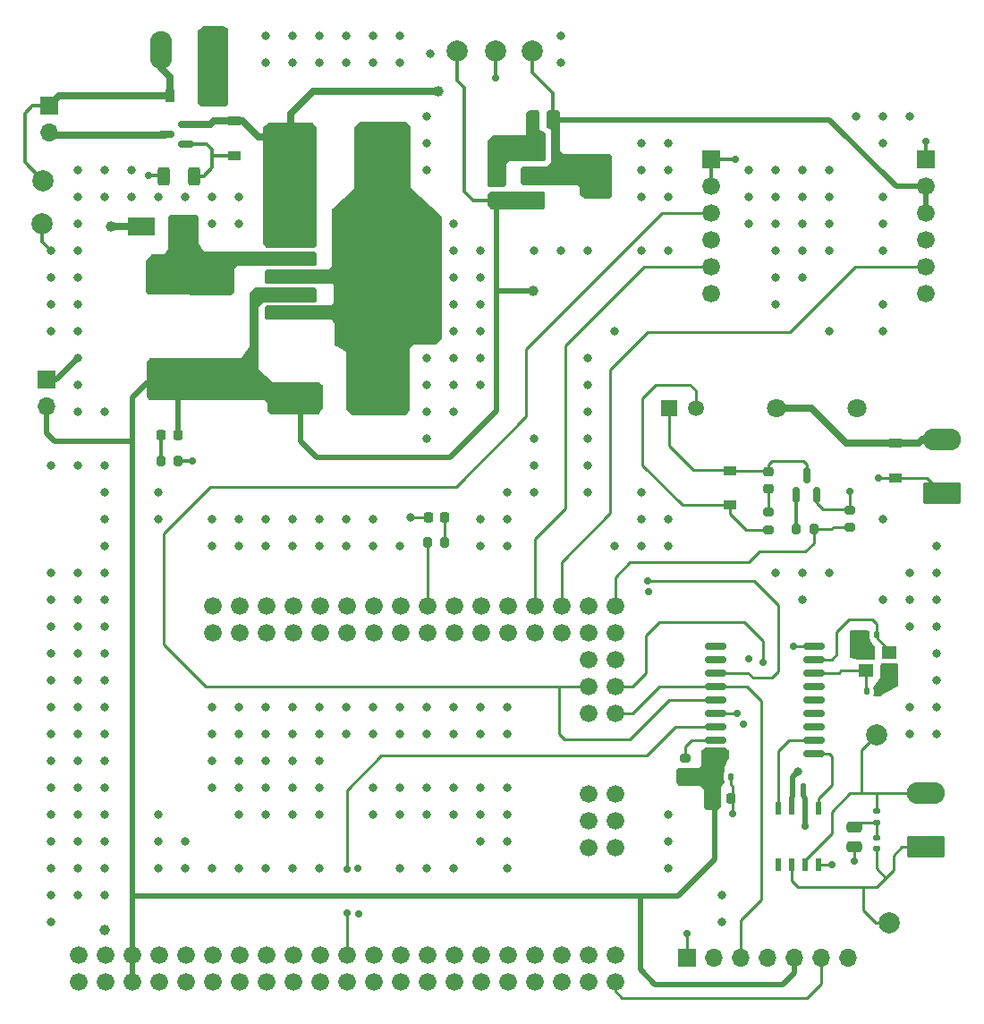
<source format=gtl>
%TF.GenerationSoftware,KiCad,Pcbnew,(6.0.11)*%
%TF.CreationDate,2023-07-21T15:58:31-05:00*%
%TF.ProjectId,MB,4d422e6b-6963-4616-945f-706362585858,rev?*%
%TF.SameCoordinates,Original*%
%TF.FileFunction,Copper,L1,Top*%
%TF.FilePolarity,Positive*%
%FSLAX46Y46*%
G04 Gerber Fmt 4.6, Leading zero omitted, Abs format (unit mm)*
G04 Created by KiCad (PCBNEW (6.0.11)) date 2023-07-21 15:58:31*
%MOMM*%
%LPD*%
G01*
G04 APERTURE LIST*
G04 Aperture macros list*
%AMRoundRect*
0 Rectangle with rounded corners*
0 $1 Rounding radius*
0 $2 $3 $4 $5 $6 $7 $8 $9 X,Y pos of 4 corners*
0 Add a 4 corners polygon primitive as box body*
4,1,4,$2,$3,$4,$5,$6,$7,$8,$9,$2,$3,0*
0 Add four circle primitives for the rounded corners*
1,1,$1+$1,$2,$3*
1,1,$1+$1,$4,$5*
1,1,$1+$1,$6,$7*
1,1,$1+$1,$8,$9*
0 Add four rect primitives between the rounded corners*
20,1,$1+$1,$2,$3,$4,$5,0*
20,1,$1+$1,$4,$5,$6,$7,0*
20,1,$1+$1,$6,$7,$8,$9,0*
20,1,$1+$1,$8,$9,$2,$3,0*%
G04 Aperture macros list end*
%TA.AperFunction,SMDPad,CuDef*%
%ADD10RoundRect,0.200000X-0.275000X0.200000X-0.275000X-0.200000X0.275000X-0.200000X0.275000X0.200000X0*%
%TD*%
%TA.AperFunction,SMDPad,CuDef*%
%ADD11RoundRect,0.200000X0.200000X0.275000X-0.200000X0.275000X-0.200000X-0.275000X0.200000X-0.275000X0*%
%TD*%
%TA.AperFunction,SMDPad,CuDef*%
%ADD12R,1.220000X0.910000*%
%TD*%
%TA.AperFunction,SMDPad,CuDef*%
%ADD13RoundRect,0.225000X-0.225000X-0.250000X0.225000X-0.250000X0.225000X0.250000X-0.225000X0.250000X0*%
%TD*%
%TA.AperFunction,SMDPad,CuDef*%
%ADD14RoundRect,0.250000X-1.950000X-1.000000X1.950000X-1.000000X1.950000X1.000000X-1.950000X1.000000X0*%
%TD*%
%TA.AperFunction,ComponentPad*%
%ADD15R,1.700000X1.700000*%
%TD*%
%TA.AperFunction,ComponentPad*%
%ADD16O,1.700000X1.700000*%
%TD*%
%TA.AperFunction,ComponentPad*%
%ADD17RoundRect,0.249999X1.550001X-0.790001X1.550001X0.790001X-1.550001X0.790001X-1.550001X-0.790001X0*%
%TD*%
%TA.AperFunction,ComponentPad*%
%ADD18O,3.600000X2.080000*%
%TD*%
%TA.AperFunction,SMDPad,CuDef*%
%ADD19RoundRect,0.200000X-0.200000X-0.275000X0.200000X-0.275000X0.200000X0.275000X-0.200000X0.275000X0*%
%TD*%
%TA.AperFunction,ComponentPad*%
%ADD20R,1.680000X1.680000*%
%TD*%
%TA.AperFunction,ComponentPad*%
%ADD21C,1.680000*%
%TD*%
%TA.AperFunction,SMDPad,CuDef*%
%ADD22R,2.500000X1.800000*%
%TD*%
%TA.AperFunction,ComponentPad*%
%ADD23RoundRect,0.249999X0.790001X1.550001X-0.790001X1.550001X-0.790001X-1.550001X0.790001X-1.550001X0*%
%TD*%
%TA.AperFunction,ComponentPad*%
%ADD24O,2.080000X3.600000*%
%TD*%
%TA.AperFunction,ComponentPad*%
%ADD25R,1.508000X1.508000*%
%TD*%
%TA.AperFunction,ComponentPad*%
%ADD26C,1.508000*%
%TD*%
%TA.AperFunction,ComponentPad*%
%ADD27C,1.800000*%
%TD*%
%TA.AperFunction,SMDPad,CuDef*%
%ADD28RoundRect,0.150000X0.875000X0.150000X-0.875000X0.150000X-0.875000X-0.150000X0.875000X-0.150000X0*%
%TD*%
%TA.AperFunction,SMDPad,CuDef*%
%ADD29RoundRect,0.250001X-2.049999X-0.799999X2.049999X-0.799999X2.049999X0.799999X-2.049999X0.799999X0*%
%TD*%
%TA.AperFunction,ComponentPad*%
%ADD30C,1.676400*%
%TD*%
%TA.AperFunction,SMDPad,CuDef*%
%ADD31RoundRect,0.250000X-0.475000X0.250000X-0.475000X-0.250000X0.475000X-0.250000X0.475000X0.250000X0*%
%TD*%
%TA.AperFunction,SMDPad,CuDef*%
%ADD32R,1.400000X1.200000*%
%TD*%
%TA.AperFunction,SMDPad,CuDef*%
%ADD33RoundRect,0.140000X-0.140000X-0.170000X0.140000X-0.170000X0.140000X0.170000X-0.140000X0.170000X0*%
%TD*%
%TA.AperFunction,SMDPad,CuDef*%
%ADD34C,2.000000*%
%TD*%
%TA.AperFunction,SMDPad,CuDef*%
%ADD35RoundRect,0.135000X-0.185000X0.135000X-0.185000X-0.135000X0.185000X-0.135000X0.185000X0.135000X0*%
%TD*%
%TA.AperFunction,SMDPad,CuDef*%
%ADD36RoundRect,0.218750X-0.256250X0.218750X-0.256250X-0.218750X0.256250X-0.218750X0.256250X0.218750X0*%
%TD*%
%TA.AperFunction,SMDPad,CuDef*%
%ADD37R,0.910000X1.220000*%
%TD*%
%TA.AperFunction,SMDPad,CuDef*%
%ADD38R,4.600000X1.100000*%
%TD*%
%TA.AperFunction,SMDPad,CuDef*%
%ADD39R,9.400000X10.800000*%
%TD*%
%TA.AperFunction,SMDPad,CuDef*%
%ADD40R,5.399999X2.899999*%
%TD*%
%TA.AperFunction,SMDPad,CuDef*%
%ADD41RoundRect,0.150000X0.587500X0.150000X-0.587500X0.150000X-0.587500X-0.150000X0.587500X-0.150000X0*%
%TD*%
%TA.AperFunction,SMDPad,CuDef*%
%ADD42RoundRect,0.200000X0.275000X-0.200000X0.275000X0.200000X-0.275000X0.200000X-0.275000X-0.200000X0*%
%TD*%
%TA.AperFunction,SMDPad,CuDef*%
%ADD43RoundRect,0.150000X0.150000X-0.587500X0.150000X0.587500X-0.150000X0.587500X-0.150000X-0.587500X0*%
%TD*%
%TA.AperFunction,SMDPad,CuDef*%
%ADD44RoundRect,0.250000X0.475000X-0.250000X0.475000X0.250000X-0.475000X0.250000X-0.475000X-0.250000X0*%
%TD*%
%TA.AperFunction,SMDPad,CuDef*%
%ADD45R,2.000000X1.500000*%
%TD*%
%TA.AperFunction,SMDPad,CuDef*%
%ADD46R,2.000000X3.800000*%
%TD*%
%TA.AperFunction,SMDPad,CuDef*%
%ADD47RoundRect,0.218750X-0.218750X-0.256250X0.218750X-0.256250X0.218750X0.256250X-0.218750X0.256250X0*%
%TD*%
%TA.AperFunction,SMDPad,CuDef*%
%ADD48R,1.200000X0.900000*%
%TD*%
%TA.AperFunction,SMDPad,CuDef*%
%ADD49RoundRect,0.250000X0.312500X0.625000X-0.312500X0.625000X-0.312500X-0.625000X0.312500X-0.625000X0*%
%TD*%
%TA.AperFunction,SMDPad,CuDef*%
%ADD50RoundRect,0.250000X0.250000X0.475000X-0.250000X0.475000X-0.250000X-0.475000X0.250000X-0.475000X0*%
%TD*%
%TA.AperFunction,SMDPad,CuDef*%
%ADD51R,0.600000X1.300000*%
%TD*%
%TA.AperFunction,SMDPad,CuDef*%
%ADD52RoundRect,0.140000X0.140000X0.170000X-0.140000X0.170000X-0.140000X-0.170000X0.140000X-0.170000X0*%
%TD*%
%TA.AperFunction,ViaPad*%
%ADD53C,1.000000*%
%TD*%
%TA.AperFunction,ViaPad*%
%ADD54C,0.800000*%
%TD*%
%TA.AperFunction,ViaPad*%
%ADD55C,0.700000*%
%TD*%
%TA.AperFunction,Conductor*%
%ADD56C,0.293370*%
%TD*%
%TA.AperFunction,Conductor*%
%ADD57C,0.300000*%
%TD*%
%TA.AperFunction,Conductor*%
%ADD58C,0.500000*%
%TD*%
%TA.AperFunction,Conductor*%
%ADD59C,0.700000*%
%TD*%
G04 APERTURE END LIST*
D10*
X207645000Y-75349600D03*
X207645000Y-76999600D03*
D11*
X204253600Y-77114400D03*
X202603600Y-77114400D03*
D12*
X196291200Y-74888600D03*
X196291200Y-71618600D03*
D13*
X194881200Y-102641400D03*
X196431200Y-102641400D03*
D14*
X155032600Y-64897000D03*
X163432600Y-64897000D03*
D15*
X192252600Y-117729000D03*
D16*
X194792600Y-117729000D03*
X197332600Y-117729000D03*
X199872600Y-117729000D03*
X202412600Y-117729000D03*
X204952600Y-117729000D03*
X207492600Y-117729000D03*
D17*
X216370400Y-73736200D03*
D18*
X216370400Y-68656200D03*
D19*
X167678600Y-78384400D03*
X169328600Y-78384400D03*
D20*
X194559200Y-42214600D03*
D21*
X194559200Y-44754600D03*
X194559200Y-47294600D03*
X194559200Y-49834600D03*
X194559200Y-52374600D03*
X194559200Y-54914600D03*
D20*
X214879200Y-42214600D03*
D21*
X214879200Y-44754600D03*
X214879200Y-47294600D03*
X214879200Y-49834600D03*
X214879200Y-52374600D03*
X214879200Y-54914600D03*
D22*
X144570200Y-48539400D03*
X140570200Y-48539400D03*
D23*
X147548600Y-31851600D03*
D24*
X142468600Y-31851600D03*
D25*
X190512400Y-65710000D03*
D26*
X193052400Y-65710000D03*
D27*
X200672400Y-65710000D03*
X208292400Y-65710000D03*
D28*
X204243200Y-98399600D03*
X204243200Y-97129600D03*
X204243200Y-95859600D03*
X204243200Y-94589600D03*
X204243200Y-93319600D03*
X204243200Y-92049600D03*
X204243200Y-90779600D03*
X204243200Y-89509600D03*
X204243200Y-88239600D03*
X194943200Y-88239600D03*
X194943200Y-89509600D03*
X194943200Y-90779600D03*
X194943200Y-92049600D03*
X194943200Y-93319600D03*
X194943200Y-94589600D03*
X194943200Y-95859600D03*
X194943200Y-97129600D03*
X194943200Y-98399600D03*
D29*
X154731000Y-40030400D03*
X163531000Y-40030400D03*
D30*
X142262200Y-119964200D03*
X142262200Y-117424200D03*
X139722200Y-119964200D03*
X139722200Y-117424200D03*
X185442200Y-102184200D03*
X147342200Y-84404200D03*
X147342200Y-86944200D03*
X149882200Y-84404200D03*
X149882200Y-86944200D03*
X152422200Y-84404200D03*
X152422200Y-86944200D03*
X154962200Y-84404200D03*
X154962200Y-86944200D03*
X157502200Y-84404200D03*
X157502200Y-86944200D03*
X160042200Y-84404200D03*
X160042200Y-86944200D03*
X162582200Y-84404200D03*
X162582200Y-86944200D03*
X165122200Y-84404200D03*
X165122200Y-86944200D03*
X144802200Y-117424200D03*
X149882200Y-117424200D03*
X149882200Y-119964200D03*
X152422200Y-117424200D03*
X152422200Y-119964200D03*
X154962200Y-117424200D03*
X154962200Y-119964200D03*
X157502200Y-117424200D03*
X157502200Y-119964200D03*
X160042200Y-117424200D03*
X160042200Y-119964200D03*
X162582200Y-117424200D03*
X162582200Y-119964200D03*
X165122200Y-117424200D03*
X165122200Y-119964200D03*
X167662200Y-117424200D03*
X167662200Y-119964200D03*
X170202200Y-117424200D03*
X170202200Y-119964200D03*
X172742200Y-117424200D03*
X172742200Y-119964200D03*
X175282200Y-117424200D03*
X175282200Y-119964200D03*
X177822200Y-117424200D03*
X177822200Y-119964200D03*
X180362200Y-117424200D03*
X180362200Y-119964200D03*
X182902200Y-117424200D03*
X182902200Y-119964200D03*
X185442200Y-117424200D03*
X185442200Y-119964200D03*
X167662200Y-84404200D03*
X167662200Y-86944200D03*
X170202200Y-84404200D03*
X170202200Y-86944200D03*
X172742200Y-84404200D03*
X172742200Y-86944200D03*
X175282200Y-84404200D03*
X175282200Y-86944200D03*
X177822200Y-84404200D03*
X177822200Y-86944200D03*
X180362200Y-84404200D03*
X180362200Y-86944200D03*
X182902200Y-84404200D03*
X182902200Y-86944200D03*
X185442200Y-84404200D03*
X185442200Y-86944200D03*
X185442200Y-89484200D03*
X182902200Y-89484200D03*
X185442200Y-92024200D03*
X182902200Y-92024200D03*
X185442200Y-94564200D03*
X182902200Y-94564200D03*
X137182200Y-119964200D03*
X137182200Y-117424200D03*
X185442200Y-107264200D03*
X182902200Y-102184200D03*
X185442200Y-104724200D03*
X182902200Y-107264200D03*
X144802200Y-119964200D03*
X147342200Y-117424200D03*
X182902200Y-104724200D03*
X147342200Y-119964200D03*
X134642200Y-119964200D03*
X134642200Y-117424200D03*
D31*
X208102200Y-105323600D03*
X208102200Y-107223600D03*
D32*
X209212000Y-90537400D03*
X211412000Y-90537400D03*
X211412000Y-88837400D03*
X209212000Y-88837400D03*
D12*
X212013800Y-69027800D03*
X212013800Y-72297800D03*
D33*
X202262800Y-101498400D03*
X203222800Y-101498400D03*
D34*
X131318000Y-44170600D03*
X131216400Y-48260000D03*
D35*
X210159600Y-106347800D03*
X210159600Y-107367800D03*
D36*
X199948800Y-71729500D03*
X199948800Y-73304500D03*
D37*
X143297400Y-36169600D03*
X146567400Y-36169600D03*
D34*
X210159600Y-96621600D03*
D38*
X154742800Y-49908200D03*
X154742800Y-51608200D03*
X154742800Y-53308200D03*
D39*
X163892800Y-53308200D03*
D38*
X154742800Y-55008200D03*
X154742800Y-56708200D03*
D10*
X199948800Y-75578200D03*
X199948800Y-77228200D03*
D40*
X144043401Y-53368400D03*
X144043401Y-63268400D03*
D41*
X144803100Y-40777200D03*
X144803100Y-38877200D03*
X142928100Y-39827200D03*
D42*
X192049400Y-100443800D03*
X192049400Y-98793800D03*
D43*
X202605600Y-73937100D03*
X204505600Y-73937100D03*
X203555600Y-72062100D03*
D44*
X174244000Y-46085800D03*
X174244000Y-44185800D03*
D17*
X214821000Y-107238800D03*
D18*
X214821000Y-102158800D03*
D11*
X144106400Y-70713600D03*
X142456400Y-70713600D03*
D34*
X174117000Y-31927800D03*
D45*
X177672600Y-41464200D03*
D46*
X183972600Y-43764200D03*
D45*
X177672600Y-43764200D03*
X177672600Y-46064200D03*
D34*
X211353400Y-114401600D03*
D15*
X131876800Y-37134800D03*
D16*
X131876800Y-39674800D03*
D47*
X167741500Y-76047600D03*
X169316500Y-76047600D03*
D34*
X177596800Y-31927800D03*
D33*
X195432800Y-100558600D03*
X196392800Y-100558600D03*
D48*
X149402800Y-38532800D03*
X149402800Y-41832800D03*
D49*
X145632900Y-43764200D03*
X142707900Y-43764200D03*
D33*
X209222400Y-92506800D03*
X210182400Y-92506800D03*
D50*
X179562800Y-38455600D03*
X177662800Y-38455600D03*
D51*
X204698600Y-103598200D03*
X203428600Y-103598200D03*
X202158600Y-103598200D03*
X200888600Y-103598200D03*
X200888600Y-108898200D03*
X202158600Y-108898200D03*
X203428600Y-108898200D03*
X204698600Y-108898200D03*
D52*
X210182400Y-87147400D03*
X209222400Y-87147400D03*
D35*
X210159600Y-103858600D03*
X210159600Y-104878600D03*
D34*
X170484800Y-31927800D03*
D47*
X142468500Y-68275200D03*
X144043500Y-68275200D03*
D15*
X131648200Y-63017400D03*
D16*
X131648200Y-65557400D03*
D53*
X168732200Y-35712400D03*
D54*
X215900000Y-91440000D03*
X182880000Y-68580000D03*
X149860000Y-93980000D03*
X134620000Y-55880000D03*
X187960000Y-45720000D03*
X137160000Y-66040000D03*
X165100000Y-109220000D03*
X157480000Y-93980000D03*
X160020000Y-78740000D03*
D55*
X196596000Y-104038400D03*
D54*
X213360000Y-96520000D03*
X157480000Y-78740000D03*
X167640000Y-40640000D03*
X147320000Y-109220000D03*
X147320000Y-99060000D03*
X200660000Y-45720000D03*
X203200000Y-83820000D03*
X154940000Y-96520000D03*
X132080000Y-101600000D03*
X182880000Y-73660000D03*
X215900000Y-93980000D03*
X205740000Y-50800000D03*
X137160000Y-111760000D03*
X162560000Y-104140000D03*
D55*
X163068000Y-60909200D03*
D54*
X213360000Y-93980000D03*
X170180000Y-101600000D03*
X215900000Y-83820000D03*
X167640000Y-43180000D03*
X157480000Y-99060000D03*
X187960000Y-76200000D03*
X147320000Y-45720000D03*
X162560000Y-33020000D03*
X190500000Y-43180000D03*
X190500000Y-40640000D03*
X132080000Y-104140000D03*
X203200000Y-45720000D03*
X147320000Y-48260000D03*
X172720000Y-53340000D03*
X154940000Y-30480000D03*
X170180000Y-48260000D03*
X200660000Y-48260000D03*
D55*
X161036000Y-61010800D03*
D53*
X137134600Y-115112800D03*
D54*
X132080000Y-96520000D03*
X134620000Y-104140000D03*
X132080000Y-81280000D03*
X157480000Y-101600000D03*
X210820000Y-58420000D03*
X154940000Y-109220000D03*
X162560000Y-101600000D03*
X198120000Y-48260000D03*
X132080000Y-50800000D03*
X172720000Y-101600000D03*
X170180000Y-53340000D03*
D55*
X174599600Y-40436800D03*
D54*
X167640000Y-93980000D03*
D55*
X161899600Y-44094400D03*
D54*
X182880000Y-66040000D03*
X132080000Y-99060000D03*
X157480000Y-104140000D03*
X134620000Y-45720000D03*
X165100000Y-30480000D03*
X134620000Y-86360000D03*
X190500000Y-104140000D03*
X157480000Y-109220000D03*
X190500000Y-76200000D03*
D55*
X192252600Y-115443000D03*
D54*
X182880000Y-60960000D03*
X139700000Y-45720000D03*
X203200000Y-81280000D03*
X208280000Y-38100000D03*
X167640000Y-68580000D03*
X187960000Y-50800000D03*
D55*
X174091600Y-34493200D03*
D54*
X175260000Y-93980000D03*
X167640000Y-101600000D03*
D55*
X141274800Y-43738800D03*
X203428600Y-105283000D03*
D54*
X210820000Y-38100000D03*
X210820000Y-48260000D03*
X134620000Y-60960000D03*
X213360000Y-81280000D03*
X144780000Y-106680000D03*
X149860000Y-101600000D03*
X182880000Y-71120000D03*
X177800000Y-71120000D03*
X170180000Y-63500000D03*
X203200000Y-53340000D03*
X132080000Y-71120000D03*
D55*
X164592000Y-62433200D03*
D54*
X152400000Y-30480000D03*
X162560000Y-93980000D03*
D55*
X174498000Y-41656000D03*
D54*
X149860000Y-99060000D03*
X167944800Y-32207200D03*
X132080000Y-111760000D03*
X142240000Y-76200000D03*
X160020000Y-33020000D03*
D55*
X207619600Y-73558400D03*
X211201000Y-91948000D03*
X164592000Y-59588400D03*
D54*
X137160000Y-81280000D03*
X147320000Y-78740000D03*
X177800000Y-73660000D03*
X142240000Y-73660000D03*
X142240000Y-45720000D03*
X154940000Y-99060000D03*
X167640000Y-104140000D03*
X198120000Y-45720000D03*
X213360000Y-86360000D03*
X177800000Y-68580000D03*
X172720000Y-55880000D03*
X162560000Y-76200000D03*
X134620000Y-83820000D03*
X134620000Y-58420000D03*
X187960000Y-73660000D03*
X167640000Y-96520000D03*
X132080000Y-93980000D03*
X137160000Y-88900000D03*
X210820000Y-45720000D03*
D55*
X197612000Y-95605600D03*
D54*
X210820000Y-40640000D03*
X149860000Y-96520000D03*
D55*
X208229200Y-87376000D03*
X175869600Y-41808400D03*
D54*
X190500000Y-45720000D03*
X187960000Y-40640000D03*
X152400000Y-99060000D03*
X149860000Y-76200000D03*
X172720000Y-50800000D03*
X137160000Y-83820000D03*
X157480000Y-76200000D03*
X134620000Y-43180000D03*
X154940000Y-76200000D03*
X132080000Y-86360000D03*
X172720000Y-63500000D03*
D55*
X165201600Y-42468800D03*
D54*
X152400000Y-93980000D03*
X175260000Y-106680000D03*
X182880000Y-63500000D03*
X200660000Y-43180000D03*
X170180000Y-50800000D03*
X170180000Y-109220000D03*
X162560000Y-30480000D03*
X132080000Y-91440000D03*
X134620000Y-66040000D03*
X154940000Y-93980000D03*
X167640000Y-66040000D03*
X134620000Y-48260000D03*
X175260000Y-78740000D03*
D55*
X161899600Y-42468800D03*
D54*
X162560000Y-78740000D03*
D55*
X163474400Y-46075600D03*
D54*
X137160000Y-73660000D03*
X203200000Y-43180000D03*
X175260000Y-73660000D03*
X137160000Y-76200000D03*
X147320000Y-96520000D03*
X134620000Y-53340000D03*
X134620000Y-91440000D03*
X165100000Y-78740000D03*
X152400000Y-76200000D03*
X154940000Y-78740000D03*
X137160000Y-93980000D03*
X152400000Y-96520000D03*
X137160000Y-109220000D03*
X154940000Y-104140000D03*
X200660000Y-53340000D03*
X165100000Y-33020000D03*
D55*
X175920400Y-40640000D03*
D54*
X172720000Y-106680000D03*
X134620000Y-93980000D03*
D55*
X188595000Y-83058000D03*
D54*
X137160000Y-45720000D03*
X132080000Y-55880000D03*
X167640000Y-60960000D03*
X210820000Y-83820000D03*
X187960000Y-78740000D03*
X132080000Y-114300000D03*
X215900000Y-81280000D03*
X144780000Y-45720000D03*
X170180000Y-93980000D03*
X170180000Y-60960000D03*
X172720000Y-93980000D03*
X187960000Y-43180000D03*
X172720000Y-58420000D03*
X132080000Y-58420000D03*
X134620000Y-109220000D03*
X195580000Y-114300000D03*
D55*
X163068000Y-59588400D03*
D54*
X170180000Y-96520000D03*
D55*
X164592000Y-60909200D03*
D54*
X149860000Y-104140000D03*
X139700000Y-43180000D03*
X132080000Y-83820000D03*
X195580000Y-111760000D03*
X180340000Y-33020000D03*
X157480000Y-30480000D03*
X147320000Y-101600000D03*
X198120000Y-43180000D03*
X185420000Y-78740000D03*
X134620000Y-50800000D03*
X154940000Y-33020000D03*
X215900000Y-86360000D03*
D55*
X196799200Y-42214800D03*
D54*
X137160000Y-101600000D03*
D55*
X161036000Y-62534800D03*
D54*
X147320000Y-76200000D03*
X160020000Y-76200000D03*
X167640000Y-109220000D03*
X175260000Y-104140000D03*
X182880000Y-50800000D03*
X134620000Y-88900000D03*
X149860000Y-78740000D03*
X132080000Y-53340000D03*
X137160000Y-96520000D03*
D55*
X177698400Y-39827200D03*
D54*
X149860000Y-45720000D03*
X137160000Y-104140000D03*
X205740000Y-48260000D03*
X160020000Y-93980000D03*
X165100000Y-93980000D03*
X132080000Y-88900000D03*
D55*
X174193200Y-42824400D03*
D54*
X177800000Y-50800000D03*
D55*
X198120000Y-89382600D03*
D54*
X144780000Y-109220000D03*
X185420000Y-58420000D03*
X152400000Y-104140000D03*
X172720000Y-60960000D03*
X175260000Y-96520000D03*
X180340000Y-50800000D03*
D55*
X163474400Y-44094400D03*
X163474400Y-42468800D03*
X214884000Y-40487600D03*
D54*
X142240000Y-104140000D03*
X137160000Y-78740000D03*
X147320000Y-93980000D03*
X166116000Y-76047600D03*
X175260000Y-109220000D03*
X170180000Y-66040000D03*
X170180000Y-104140000D03*
X175260000Y-101600000D03*
X134620000Y-111760000D03*
X152400000Y-101600000D03*
X203200000Y-50800000D03*
X205740000Y-81280000D03*
X180340000Y-30480000D03*
X165100000Y-101600000D03*
X172720000Y-96520000D03*
X215900000Y-96520000D03*
X149860000Y-48260000D03*
X200660000Y-81280000D03*
X213360000Y-38100000D03*
X203200000Y-48260000D03*
X190500000Y-50800000D03*
X134620000Y-101600000D03*
X172720000Y-76200000D03*
D53*
X137718800Y-48514000D03*
D55*
X147777200Y-34950400D03*
D54*
X137160000Y-86360000D03*
X137160000Y-91440000D03*
X132080000Y-109220000D03*
X157480000Y-33020000D03*
D55*
X161899600Y-46126400D03*
D54*
X170180000Y-58420000D03*
X134620000Y-99060000D03*
X213360000Y-83820000D03*
X137160000Y-43180000D03*
X200660000Y-55880000D03*
D55*
X161112200Y-109245400D03*
D54*
X142240000Y-109220000D03*
D55*
X208102200Y-108559600D03*
D54*
X165100000Y-104140000D03*
X134620000Y-81280000D03*
D55*
X145440400Y-70713600D03*
X205994000Y-108915200D03*
X165201600Y-44094400D03*
X210388200Y-72313800D03*
X165201600Y-46075600D03*
D54*
X149860000Y-109220000D03*
X172720000Y-104140000D03*
X134620000Y-96520000D03*
X215900000Y-88900000D03*
X160020000Y-30480000D03*
X205740000Y-58420000D03*
X167640000Y-63500000D03*
D55*
X161188400Y-113512600D03*
D54*
X137160000Y-106680000D03*
X162560000Y-96520000D03*
X142240000Y-106680000D03*
X134620000Y-71120000D03*
D55*
X163068000Y-62433200D03*
D54*
X132080000Y-106680000D03*
X152400000Y-78740000D03*
X152400000Y-33020000D03*
X190500000Y-78740000D03*
X157480000Y-96520000D03*
X154940000Y-101600000D03*
X152400000Y-109220000D03*
X134620000Y-63500000D03*
X165100000Y-96520000D03*
X170180000Y-55880000D03*
X210820000Y-50800000D03*
X175260000Y-76200000D03*
X167640000Y-38100000D03*
X205740000Y-43180000D03*
X137160000Y-71120000D03*
D55*
X202311000Y-88265000D03*
X161036000Y-59588400D03*
D54*
X210820000Y-55880000D03*
X172720000Y-78740000D03*
X190500000Y-109220000D03*
X200660000Y-50800000D03*
X134620000Y-106680000D03*
X205740000Y-45720000D03*
X190500000Y-106680000D03*
X210820000Y-76200000D03*
X137160000Y-99060000D03*
X215900000Y-78740000D03*
X160020000Y-96520000D03*
X202742800Y-100101400D03*
D53*
X177723800Y-54584600D03*
D55*
X197002400Y-94564200D03*
X199466200Y-89789000D03*
X188544200Y-82042000D03*
X160070800Y-109347000D03*
X160070800Y-113461800D03*
D56*
X206058000Y-76999600D02*
X207645000Y-76999600D01*
X204253600Y-77114400D02*
X205943200Y-77114400D01*
X205943200Y-77114400D02*
X206058000Y-76999600D01*
X204253600Y-78473800D02*
X204253600Y-77114400D01*
X203428600Y-79298800D02*
X204253600Y-78473800D01*
D57*
X202605600Y-73937100D02*
X202605600Y-77112400D01*
X202605600Y-77112400D02*
X202603600Y-77114400D01*
D56*
X197852800Y-77228200D02*
X199948800Y-77228200D01*
X196291200Y-75666600D02*
X197852800Y-77228200D01*
X196291200Y-74903600D02*
X196291200Y-75666600D01*
X196265800Y-74878200D02*
X196291200Y-74903600D01*
X191819800Y-74878200D02*
X196265800Y-74878200D01*
X188036200Y-71094600D02*
X191819800Y-74878200D01*
X188036200Y-64744600D02*
X188036200Y-71094600D01*
X189280800Y-63500000D02*
X188036200Y-64744600D01*
X193052400Y-64045800D02*
X192506600Y-63500000D01*
X193052400Y-65710000D02*
X193052400Y-64045800D01*
X192506600Y-63500000D02*
X189280800Y-63500000D01*
X198069200Y-80314800D02*
X199085200Y-79298800D01*
X186867800Y-80314800D02*
X198069200Y-80314800D01*
X185442200Y-81740400D02*
X186867800Y-80314800D01*
X199085200Y-79298800D02*
X203428600Y-79298800D01*
X185442200Y-84404200D02*
X185442200Y-81740400D01*
D58*
X191417600Y-111833000D02*
X194868800Y-108381800D01*
X194868800Y-108381800D02*
X194868800Y-102653800D01*
X187829800Y-111833000D02*
X191417600Y-111833000D01*
X194868800Y-102653800D02*
X194881200Y-102641400D01*
D59*
X154731000Y-40030400D02*
X154731000Y-37826400D01*
X149402800Y-38532800D02*
X150191200Y-38532800D01*
X156845000Y-35712400D02*
X168732200Y-35712400D01*
X144803100Y-38877200D02*
X147101600Y-38877200D01*
X147101600Y-38877200D02*
X147446000Y-38532800D01*
X150191200Y-38532800D02*
X151688800Y-40030400D01*
X147446000Y-38532800D02*
X149402800Y-38532800D01*
X154731000Y-37826400D02*
X156845000Y-35712400D01*
X151688800Y-40030400D02*
X154731000Y-40030400D01*
D58*
X203428600Y-103598200D02*
X203428600Y-102616000D01*
D57*
X141274800Y-43738800D02*
X142682500Y-43738800D01*
D56*
X207619600Y-73558400D02*
X207619600Y-75236700D01*
D58*
X203222800Y-102410200D02*
X203222800Y-101498400D01*
D57*
X214879200Y-42214600D02*
X214879200Y-40492400D01*
D56*
X204505600Y-74660800D02*
X205106900Y-75262100D01*
D58*
X132562600Y-63017400D02*
X134620000Y-60960000D01*
D57*
X194559200Y-42214600D02*
X196799000Y-42214600D01*
X196799000Y-42214600D02*
X196799200Y-42214800D01*
D56*
X196392800Y-100558600D02*
X196392800Y-101295200D01*
X204243200Y-88239600D02*
X202336400Y-88239600D01*
D57*
X131216400Y-49936400D02*
X132080000Y-50800000D01*
D56*
X216370400Y-73736200D02*
X214932000Y-72297800D01*
X207619600Y-75236700D02*
X207645000Y-75262100D01*
X205106900Y-75262100D02*
X207645000Y-75262100D01*
X196606200Y-104028200D02*
X196596000Y-104038400D01*
X196606200Y-102641400D02*
X196606200Y-104028200D01*
X208102200Y-107223600D02*
X208102200Y-108559600D01*
X202336400Y-88239600D02*
X202311000Y-88265000D01*
D57*
X131216400Y-48260000D02*
X131216400Y-49936400D01*
D56*
X205977000Y-108898200D02*
X205994000Y-108915200D01*
D59*
X137744200Y-48539400D02*
X137718800Y-48514000D01*
D57*
X145440400Y-70713600D02*
X144106400Y-70713600D01*
X194559200Y-42214600D02*
X194559200Y-44754600D01*
X174117000Y-34467800D02*
X174091600Y-34493200D01*
D56*
X210404200Y-72297800D02*
X210388200Y-72313800D01*
D57*
X174117000Y-31927800D02*
X174117000Y-34467800D01*
D59*
X140570200Y-48539400D02*
X137744200Y-48539400D01*
D57*
X142682500Y-43738800D02*
X142707900Y-43764200D01*
D56*
X204505600Y-73937100D02*
X204505600Y-74660800D01*
X196606200Y-101508600D02*
X196606200Y-102641400D01*
X167741500Y-76047600D02*
X166116000Y-76047600D01*
X212013800Y-72297800D02*
X210404200Y-72297800D01*
D58*
X131648200Y-63017400D02*
X132562600Y-63017400D01*
D57*
X214879200Y-40492400D02*
X214884000Y-40487600D01*
D56*
X192252600Y-115443000D02*
X192252600Y-117729000D01*
X196392800Y-101295200D02*
X196606200Y-101508600D01*
X204698600Y-108898200D02*
X205977000Y-108898200D01*
D58*
X203428600Y-103598200D02*
X203428600Y-105283000D01*
X203428600Y-102616000D02*
X203222800Y-102410200D01*
D56*
X214932000Y-72297800D02*
X212013800Y-72297800D01*
D58*
X139722200Y-119964200D02*
X139722200Y-117424200D01*
X202262800Y-102461000D02*
X202262800Y-101498400D01*
X202412600Y-119151400D02*
X201345800Y-120218200D01*
X202158600Y-103598200D02*
X202158600Y-102565200D01*
X155632600Y-68815400D02*
X157226000Y-70408800D01*
X144043500Y-68275200D02*
X144043401Y-68275101D01*
X169773600Y-70408800D02*
X174244000Y-65938400D01*
X189204600Y-120218200D02*
X187829800Y-118843400D01*
X174244000Y-54610000D02*
X177698400Y-54610000D01*
X141150800Y-63268400D02*
X144043401Y-63268400D01*
D57*
X170484800Y-31927800D02*
X170484800Y-34696400D01*
D58*
X144043401Y-68275101D02*
X144043401Y-63268400D01*
X155632600Y-64897000D02*
X155632600Y-68815400D01*
X131648200Y-68122800D02*
X132356200Y-68830800D01*
X202262800Y-100581400D02*
X202262800Y-101498400D01*
X202412600Y-117729000D02*
X202412600Y-119151400D01*
X131648200Y-65557400D02*
X131648200Y-68122800D01*
X202158600Y-102565200D02*
X202262800Y-102461000D01*
X157226000Y-70408800D02*
X169773600Y-70408800D01*
D57*
X171170600Y-45237400D02*
X172019000Y-46085800D01*
D58*
X139722200Y-117424200D02*
X139722200Y-111833000D01*
X174244000Y-54610000D02*
X174244000Y-46085800D01*
X139722200Y-111833000D02*
X187829800Y-111833000D01*
X132356200Y-68830800D02*
X139722200Y-68830800D01*
X201345800Y-120218200D02*
X189204600Y-120218200D01*
X139722200Y-68830800D02*
X139722200Y-64697000D01*
X139722200Y-111833000D02*
X139722200Y-68830800D01*
D57*
X170484800Y-34696400D02*
X171170600Y-35382200D01*
D58*
X139722200Y-64697000D02*
X141150800Y-63268400D01*
X174244000Y-65938400D02*
X174244000Y-54610000D01*
D57*
X172019000Y-46085800D02*
X174244000Y-46085800D01*
D58*
X187829800Y-118843400D02*
X187829800Y-111833000D01*
X177698400Y-54610000D02*
X177723800Y-54584600D01*
D57*
X171170600Y-35382200D02*
X171170600Y-45237400D01*
D58*
X202742800Y-100101400D02*
X202262800Y-100581400D01*
X205740000Y-38455600D02*
X212039000Y-44754600D01*
D57*
X177596800Y-33985200D02*
X179562800Y-35951200D01*
X179562800Y-35951200D02*
X179562800Y-38455600D01*
X177596800Y-31927800D02*
X177596800Y-33985200D01*
D58*
X179562800Y-38455600D02*
X205740000Y-38455600D01*
X214879200Y-44754600D02*
X214879200Y-47294600D01*
X212039000Y-44754600D02*
X214879200Y-44754600D01*
D56*
X206845800Y-90537400D02*
X209212000Y-90537400D01*
X204243200Y-90779600D02*
X206603600Y-90779600D01*
X209212000Y-92496400D02*
X209222400Y-92506800D01*
X206603600Y-90779600D02*
X206845800Y-90537400D01*
X209212000Y-90537400D02*
X209212000Y-92496400D01*
X206425800Y-86868000D02*
X207568800Y-85725000D01*
X210182400Y-87398800D02*
X211412000Y-88628400D01*
X205943200Y-89509600D02*
X206425800Y-89027000D01*
X209804000Y-85725000D02*
X210182400Y-86103400D01*
X204243200Y-89509600D02*
X205943200Y-89509600D01*
X210182400Y-87147400D02*
X210182400Y-87398800D01*
X210182400Y-86103400D02*
X210182400Y-87147400D01*
X207568800Y-85725000D02*
X209804000Y-85725000D01*
X211412000Y-88628400D02*
X211412000Y-88837400D01*
X206425800Y-89027000D02*
X206425800Y-86868000D01*
X210159600Y-104878600D02*
X210159600Y-106347800D01*
X208102200Y-105323600D02*
X208547200Y-104878600D01*
X208547200Y-104878600D02*
X210159600Y-104878600D01*
D59*
X143297400Y-34382200D02*
X143297400Y-36169600D01*
D57*
X129590800Y-37820600D02*
X130276600Y-37134800D01*
D59*
X142468600Y-33553400D02*
X143297400Y-34382200D01*
D57*
X129590800Y-42443400D02*
X129590800Y-37820600D01*
X131318000Y-44170600D02*
X129590800Y-42443400D01*
D59*
X131876800Y-37134800D02*
X132842000Y-36169600D01*
X132842000Y-36169600D02*
X143297400Y-36169600D01*
X142468600Y-31851600D02*
X142468600Y-33553400D01*
D57*
X130276600Y-37134800D02*
X131876800Y-37134800D01*
X142468500Y-70701500D02*
X142456400Y-70713600D01*
X142468500Y-68275200D02*
X142468500Y-70701500D01*
D56*
X169328600Y-78384400D02*
X169328600Y-76059700D01*
X169328600Y-76059700D02*
X169316500Y-76047600D01*
X199948800Y-73304500D02*
X199948800Y-75578200D01*
X180111400Y-96494600D02*
X180111400Y-92024200D01*
X170383200Y-73152000D02*
X177038000Y-66497200D01*
X194943200Y-93319600D02*
X190550800Y-93319600D01*
X147116800Y-73152000D02*
X170383200Y-73152000D01*
X190550800Y-93319600D02*
X186867800Y-97002600D01*
X180111400Y-92024200D02*
X146659600Y-92024200D01*
X142722600Y-88087200D02*
X142722600Y-77546200D01*
X142722600Y-77546200D02*
X147116800Y-73152000D01*
X182902200Y-92024200D02*
X180111400Y-92024200D01*
X186867800Y-97002600D02*
X180619400Y-97002600D01*
X177038000Y-66497200D02*
X177038000Y-60096400D01*
X177038000Y-60096400D02*
X189839800Y-47294600D01*
X180619400Y-97002600D02*
X180111400Y-96494600D01*
X146659600Y-92024200D02*
X142722600Y-88087200D01*
X189839800Y-47294600D02*
X194559200Y-47294600D01*
X199237600Y-112217200D02*
X197332600Y-114122200D01*
X185442200Y-94564200D02*
X187121800Y-94564200D01*
X197916800Y-92049600D02*
X199237600Y-93370400D01*
X187121800Y-94564200D02*
X189636400Y-92049600D01*
X194943200Y-92049600D02*
X197916800Y-92049600D01*
X197332600Y-114122200D02*
X197332600Y-117729000D01*
X199237600Y-93370400D02*
X199237600Y-112217200D01*
X189636400Y-92049600D02*
X194943200Y-92049600D01*
X188188800Y-52374600D02*
X194559200Y-52374600D01*
X180746400Y-59817000D02*
X188188800Y-52374600D01*
X177822200Y-78108200D02*
X180746400Y-75184000D01*
X177822200Y-84404200D02*
X177822200Y-78108200D01*
X180746400Y-75184000D02*
X180746400Y-59817000D01*
X184962800Y-75641200D02*
X184962800Y-62077600D01*
X180362200Y-84404200D02*
X180362200Y-80241800D01*
X188518800Y-58521600D02*
X201980800Y-58521600D01*
X180362200Y-80241800D02*
X184962800Y-75641200D01*
X201980800Y-58521600D02*
X208127800Y-52374600D01*
X208127800Y-52374600D02*
X214879200Y-52374600D01*
X184962800Y-62077600D02*
X188518800Y-58521600D01*
X199390000Y-87680800D02*
X199466200Y-87757000D01*
X188315600Y-87223600D02*
X189585600Y-85953600D01*
X187045600Y-92024200D02*
X188315600Y-90754200D01*
X199466200Y-87757000D02*
X199466200Y-89789000D01*
X189585600Y-85953600D02*
X197662800Y-85953600D01*
X185442200Y-92024200D02*
X187045600Y-92024200D01*
X197662800Y-85953600D02*
X199390000Y-87680800D01*
X194943200Y-94589600D02*
X196977000Y-94589600D01*
X188315600Y-90754200D02*
X188315600Y-87223600D01*
X196977000Y-94589600D02*
X197002400Y-94564200D01*
D59*
X131876800Y-39674800D02*
X132130800Y-39928800D01*
X142826500Y-39928800D02*
X142928100Y-39827200D01*
X132130800Y-39928800D02*
X142826500Y-39928800D01*
D56*
X204952600Y-120167400D02*
X204952600Y-117729000D01*
X185442200Y-120875400D02*
X186080400Y-121513600D01*
X185442200Y-119964200D02*
X185442200Y-120875400D01*
X186080400Y-121513600D02*
X203606400Y-121513600D01*
X203606400Y-121513600D02*
X204952600Y-120167400D01*
D57*
X149402800Y-41832800D02*
X147346400Y-41832800D01*
X146507200Y-43764200D02*
X145632900Y-43764200D01*
X147320000Y-41275000D02*
X147320000Y-41859200D01*
X146822200Y-40777200D02*
X147320000Y-41275000D01*
X144803100Y-40777200D02*
X146822200Y-40777200D01*
X147320000Y-41859200D02*
X147320000Y-42951400D01*
X147320000Y-42951400D02*
X146507200Y-43764200D01*
X147346400Y-41832800D02*
X147320000Y-41859200D01*
D56*
X202605600Y-77101100D02*
X202592300Y-77114400D01*
X167662200Y-78400800D02*
X167678600Y-78384400D01*
X167662200Y-84404200D02*
X167662200Y-78400800D01*
X192659000Y-97129600D02*
X192049400Y-97739200D01*
X192049400Y-97739200D02*
X192049400Y-98793800D01*
X194943200Y-97129600D02*
X192659000Y-97129600D01*
X198043800Y-90779600D02*
X194943200Y-90779600D01*
X200863200Y-90601800D02*
X200253600Y-91211400D01*
X198475600Y-91211400D02*
X198043800Y-90779600D01*
X198602600Y-82042000D02*
X200863200Y-84302600D01*
X188544200Y-82042000D02*
X198602600Y-82042000D01*
X200253600Y-91211400D02*
X198475600Y-91211400D01*
X200863200Y-84302600D02*
X200863200Y-90601800D01*
X163296600Y-98602800D02*
X160042200Y-101857200D01*
X160070800Y-113461800D02*
X160042200Y-113490400D01*
X188442600Y-98602800D02*
X163296600Y-98602800D01*
X160042200Y-109318400D02*
X160070800Y-109347000D01*
X160042200Y-101857200D02*
X160042200Y-109318400D01*
X160042200Y-113490400D02*
X160042200Y-117424200D01*
X191185800Y-95859600D02*
X188442600Y-98602800D01*
X194943200Y-95859600D02*
X191185800Y-95859600D01*
X204698600Y-102616000D02*
X204698600Y-103598200D01*
X205714600Y-98399600D02*
X205994000Y-98679000D01*
X205994000Y-101320600D02*
X204698600Y-102616000D01*
X205994000Y-98679000D02*
X205994000Y-101320600D01*
X204243200Y-98399600D02*
X205714600Y-98399600D01*
X200888600Y-103598200D02*
X200888600Y-98120200D01*
X201879200Y-97129600D02*
X204243200Y-97129600D01*
X200888600Y-98120200D02*
X201879200Y-97129600D01*
D59*
X216370400Y-68656200D02*
X214528400Y-68656200D01*
X207330800Y-69027800D02*
X204013000Y-65710000D01*
X214528400Y-68656200D02*
X214156800Y-69027800D01*
X214156800Y-69027800D02*
X212013800Y-69027800D01*
X204013000Y-65710000D02*
X200672400Y-65710000D01*
X212013800Y-69027800D02*
X207330800Y-69027800D01*
D56*
X190512400Y-69252800D02*
X192837800Y-71578200D01*
X196291200Y-71603600D02*
X199822900Y-71603600D01*
X199948800Y-71729500D02*
X199948800Y-71069200D01*
X196265800Y-71578200D02*
X196291200Y-71603600D01*
X200279000Y-70739000D02*
X203250800Y-70739000D01*
X192837800Y-71578200D02*
X196265800Y-71578200D01*
X199948800Y-71069200D02*
X200279000Y-70739000D01*
X203250800Y-70739000D02*
X203555600Y-71043800D01*
X203555600Y-71043800D02*
X203555600Y-72062100D01*
X190512400Y-65710000D02*
X190512400Y-69252800D01*
X199822900Y-71603600D02*
X199948800Y-71729500D01*
X210134200Y-114401600D02*
X211353400Y-114401600D01*
X208940400Y-113207800D02*
X210134200Y-114401600D01*
X212572600Y-107238800D02*
X214821000Y-107238800D01*
X211048600Y-110134400D02*
X211785200Y-109397800D01*
X202768200Y-111023400D02*
X208940400Y-111023400D01*
X208940400Y-111023400D02*
X208940400Y-113207800D01*
X208940400Y-111023400D02*
X210159600Y-111023400D01*
X210159600Y-111023400D02*
X211048600Y-110134400D01*
X211785200Y-109397800D02*
X211785200Y-108026200D01*
X210159600Y-109245400D02*
X211048600Y-110134400D01*
X202158600Y-108898200D02*
X202158600Y-110413800D01*
X211785200Y-108026200D02*
X212572600Y-107238800D01*
X210159600Y-107367800D02*
X210159600Y-109245400D01*
X202158600Y-110413800D02*
X202768200Y-111023400D01*
X208737200Y-98044000D02*
X210159600Y-96621600D01*
X205994000Y-103860600D02*
X207695800Y-102158800D01*
X210159600Y-103858600D02*
X210159600Y-102209600D01*
X210108800Y-102158800D02*
X214821000Y-102158800D01*
X208737200Y-102158800D02*
X208737200Y-98044000D01*
X203428600Y-108458000D02*
X205994000Y-105892600D01*
X203428600Y-108898200D02*
X203428600Y-108458000D01*
X208737200Y-102158800D02*
X210108800Y-102158800D01*
X207695800Y-102158800D02*
X208737200Y-102158800D01*
X205994000Y-105892600D02*
X205994000Y-103860600D01*
X210159600Y-102209600D02*
X210108800Y-102158800D01*
%TA.AperFunction,Conductor*%
G36*
X209431807Y-86760962D02*
G01*
X209486345Y-86815500D01*
X209506307Y-86890000D01*
X209505228Y-86907899D01*
X209502439Y-86930949D01*
X209501900Y-86935405D01*
X209501901Y-87359394D01*
X209512567Y-87447540D01*
X209567081Y-87585228D01*
X209573222Y-87593319D01*
X209573224Y-87593322D01*
X209629118Y-87666960D01*
X209643705Y-87690410D01*
X209804000Y-88011000D01*
X210014359Y-88221359D01*
X210052923Y-88288154D01*
X210058000Y-88326718D01*
X210058000Y-89346282D01*
X210038038Y-89420782D01*
X210014359Y-89451641D01*
X209974641Y-89491359D01*
X209907846Y-89529923D01*
X209869282Y-89535000D01*
X208430438Y-89535000D01*
X208384695Y-89527805D01*
X207722856Y-89314308D01*
X207658083Y-89272439D01*
X207622922Y-89203791D01*
X207619600Y-89172504D01*
X207619600Y-86914213D01*
X207639562Y-86839713D01*
X207675520Y-86797864D01*
X207705786Y-86773651D01*
X207776431Y-86742699D01*
X207798866Y-86741000D01*
X209357307Y-86741000D01*
X209431807Y-86760962D01*
G37*
%TD.AperFunction*%
%TA.AperFunction,Conductor*%
G36*
X195973782Y-97860762D02*
G01*
X196004641Y-97884441D01*
X196145959Y-98025759D01*
X196184523Y-98092554D01*
X196189600Y-98131118D01*
X196189600Y-98848045D01*
X196174724Y-98912943D01*
X195808600Y-99669600D01*
X195808600Y-100029630D01*
X195788638Y-100104130D01*
X195787340Y-100106084D01*
X195783624Y-100112679D01*
X195777481Y-100120772D01*
X195722967Y-100258460D01*
X195712300Y-100346605D01*
X195712301Y-100770594D01*
X195722967Y-100858740D01*
X195726491Y-100867640D01*
X195726491Y-100867641D01*
X195769568Y-100976442D01*
X195778432Y-101053059D01*
X195762221Y-101101933D01*
X195568172Y-101462310D01*
X195453000Y-101676200D01*
X195453000Y-103392482D01*
X195433038Y-103466982D01*
X195409359Y-103497841D01*
X195191841Y-103715359D01*
X195125046Y-103753923D01*
X195086482Y-103759000D01*
X194219318Y-103759000D01*
X194144818Y-103739038D01*
X194113959Y-103715359D01*
X193921841Y-103523241D01*
X193883277Y-103456446D01*
X193878200Y-103417882D01*
X193878200Y-101879400D01*
X193870652Y-101870846D01*
X193870652Y-101870845D01*
X193510179Y-101462310D01*
X193497200Y-101447600D01*
X191541877Y-101447600D01*
X191467377Y-101427638D01*
X191420631Y-101385204D01*
X191238954Y-101130856D01*
X191211895Y-101058630D01*
X191211200Y-101044252D01*
X191211200Y-100019608D01*
X191231162Y-99945108D01*
X191265848Y-99904288D01*
X191448600Y-99754764D01*
X191518900Y-99723038D01*
X191544862Y-99721096D01*
X193452187Y-99745549D01*
X193452189Y-99745549D01*
X193471800Y-99745800D01*
X193624200Y-99491800D01*
X193600028Y-98162328D01*
X193618632Y-98087477D01*
X193648775Y-98049368D01*
X193835576Y-97879549D01*
X193904129Y-97844206D01*
X193935804Y-97840800D01*
X195899282Y-97840800D01*
X195973782Y-97860762D01*
G37*
%TD.AperFunction*%
%TA.AperFunction,Conductor*%
G36*
X180047982Y-37561162D02*
G01*
X180078841Y-37584841D01*
X180143959Y-37649959D01*
X180182523Y-37716754D01*
X180187600Y-37755318D01*
X180187600Y-41351200D01*
X180199669Y-41360252D01*
X180199670Y-41360253D01*
X180452095Y-41549571D01*
X180594000Y-41656000D01*
X184826025Y-41656000D01*
X184892660Y-41671730D01*
X185083635Y-41767218D01*
X185141342Y-41818391D01*
X185165732Y-41891561D01*
X185166000Y-41900488D01*
X185166000Y-45607482D01*
X185146038Y-45681982D01*
X185122359Y-45712841D01*
X185006441Y-45828759D01*
X184939646Y-45867323D01*
X184901082Y-45872400D01*
X182620312Y-45872400D01*
X182545812Y-45852438D01*
X182537662Y-45847375D01*
X182184350Y-45611833D01*
X182133435Y-45553899D01*
X182118000Y-45487858D01*
X182118000Y-44805600D01*
X181914800Y-44602400D01*
X176732067Y-44602400D01*
X176657567Y-44582438D01*
X176642667Y-44572600D01*
X176538800Y-44494700D01*
X176491177Y-44434030D01*
X176479200Y-44375500D01*
X176479200Y-43128067D01*
X176499162Y-43053567D01*
X176509000Y-43038667D01*
X176586900Y-42934800D01*
X176647570Y-42887177D01*
X176706100Y-42875200D01*
X179019200Y-42875200D01*
X179374800Y-42468800D01*
X179374800Y-39420800D01*
X179359291Y-39411107D01*
X179359289Y-39411105D01*
X179038430Y-39210569D01*
X178985834Y-39154156D01*
X178968400Y-39084217D01*
X178968400Y-37836470D01*
X178989634Y-37759810D01*
X179077396Y-37613540D01*
X179132843Y-37559927D01*
X179205162Y-37541200D01*
X179973482Y-37541200D01*
X180047982Y-37561162D01*
G37*
%TD.AperFunction*%
%TA.AperFunction,Conductor*%
G36*
X156830545Y-38729602D02*
G01*
X156857249Y-38752628D01*
X157144025Y-39080371D01*
X157173829Y-39144809D01*
X157175200Y-39163343D01*
X157175200Y-50330600D01*
X157155198Y-50398721D01*
X157124800Y-50431400D01*
X157005600Y-50520800D01*
X156939102Y-50545671D01*
X156930000Y-50546000D01*
X152463000Y-50546000D01*
X152394879Y-50525998D01*
X152362200Y-50495600D01*
X152120400Y-50173200D01*
X152095529Y-50106702D01*
X152095200Y-50097600D01*
X152095200Y-39229800D01*
X152115202Y-39161679D01*
X152145600Y-39129000D01*
X152671200Y-38734800D01*
X152737698Y-38709929D01*
X152746800Y-38709600D01*
X156762424Y-38709600D01*
X156830545Y-38729602D01*
G37*
%TD.AperFunction*%
%TA.AperFunction,Conductor*%
G36*
X165674731Y-38628002D02*
G01*
X165695705Y-38644905D01*
X166079095Y-39028295D01*
X166113121Y-39090607D01*
X166116000Y-39117390D01*
X166116000Y-44856400D01*
X168971399Y-47511420D01*
X169007666Y-47572454D01*
X169011600Y-47603694D01*
X169011600Y-59126573D01*
X168991598Y-59194694D01*
X168970741Y-59219454D01*
X168479826Y-59669460D01*
X168438130Y-59707681D01*
X168374399Y-59738968D01*
X168352989Y-59740800D01*
X166370000Y-59740800D01*
X166014400Y-60147200D01*
X166014400Y-65849451D01*
X165993238Y-65919343D01*
X165696428Y-66364558D01*
X165641999Y-66410143D01*
X165590966Y-66420664D01*
X164091569Y-66413241D01*
X160579824Y-66395857D01*
X160511804Y-66375518D01*
X160491354Y-66358954D01*
X160056905Y-65924505D01*
X160022879Y-65862193D01*
X160020000Y-65835410D01*
X160020000Y-60401200D01*
X160006369Y-60393627D01*
X159107422Y-59894212D01*
X159103804Y-59892122D01*
X158912773Y-59777504D01*
X158864651Y-59725305D01*
X158851600Y-59669460D01*
X158851600Y-57658000D01*
X158726293Y-57507631D01*
X158609198Y-57367117D01*
X158609197Y-57367116D01*
X158597600Y-57353200D01*
X152525865Y-57353200D01*
X152479070Y-57344188D01*
X152326805Y-57283282D01*
X152270985Y-57239411D01*
X152247600Y-57166294D01*
X152247600Y-56236990D01*
X152267602Y-56168869D01*
X152284505Y-56147895D01*
X152413895Y-56018505D01*
X152476207Y-55984479D01*
X152502990Y-55981600D01*
X158546800Y-55981600D01*
X158800800Y-55778400D01*
X158800800Y-54051200D01*
X158789973Y-54043982D01*
X158789972Y-54043981D01*
X158663923Y-53959948D01*
X158663921Y-53959947D01*
X158648400Y-53949600D01*
X152492800Y-53949600D01*
X152424679Y-53929598D01*
X152417200Y-53924400D01*
X152298000Y-53835000D01*
X152255505Y-53778126D01*
X152247600Y-53734200D01*
X152247600Y-52876198D01*
X152267602Y-52808077D01*
X152275211Y-52797486D01*
X152412970Y-52625288D01*
X152471143Y-52584590D01*
X152511359Y-52578000D01*
X158292800Y-52578000D01*
X158648400Y-52273200D01*
X158648400Y-46894520D01*
X158668402Y-46826399D01*
X158691110Y-46799975D01*
X160768408Y-44969974D01*
X160782000Y-44958000D01*
X160782000Y-39168190D01*
X160802002Y-39100069D01*
X160818905Y-39079095D01*
X161253095Y-38644905D01*
X161315407Y-38610879D01*
X161342190Y-38608000D01*
X165606610Y-38608000D01*
X165674731Y-38628002D01*
G37*
%TD.AperFunction*%
%TA.AperFunction,Conductor*%
G36*
X145854362Y-47416402D02*
G01*
X145884630Y-47443688D01*
X146022389Y-47615886D01*
X146049325Y-47681575D01*
X146050000Y-47694598D01*
X146050000Y-50241200D01*
X146060347Y-50256721D01*
X146060348Y-50256723D01*
X146349408Y-50690313D01*
X146354800Y-50698400D01*
X146608800Y-50901600D01*
X156930000Y-50901600D01*
X156998121Y-50921602D01*
X157005600Y-50926800D01*
X157124800Y-51016200D01*
X157167295Y-51073074D01*
X157175200Y-51117000D01*
X157175200Y-52068610D01*
X157155198Y-52136731D01*
X157138295Y-52157705D01*
X157059705Y-52236295D01*
X156997393Y-52270321D01*
X156970610Y-52273200D01*
X149707600Y-52273200D01*
X149692079Y-52283547D01*
X149692077Y-52283548D01*
X149509275Y-52405417D01*
X149402800Y-52476400D01*
X149402800Y-54659410D01*
X149382798Y-54727531D01*
X149365895Y-54748505D01*
X149135246Y-54979154D01*
X149072934Y-55013180D01*
X149045329Y-55016056D01*
X141377307Y-54965938D01*
X141309319Y-54945491D01*
X141289036Y-54929036D01*
X141057705Y-54697705D01*
X141023679Y-54635393D01*
X141020800Y-54608610D01*
X141020800Y-51858856D01*
X141040802Y-51790735D01*
X141046929Y-51782032D01*
X141490972Y-51204776D01*
X141548360Y-51162978D01*
X141590843Y-51155600D01*
X142697200Y-51155600D01*
X142933039Y-50890281D01*
X143091565Y-50711940D01*
X143091566Y-50711939D01*
X143103600Y-50698400D01*
X143103600Y-47746818D01*
X143123602Y-47678697D01*
X143132804Y-47666155D01*
X143319819Y-47441737D01*
X143378795Y-47402210D01*
X143416615Y-47396400D01*
X145786241Y-47396400D01*
X145854362Y-47416402D01*
G37*
%TD.AperFunction*%
%TA.AperFunction,Conductor*%
G36*
X178155600Y-37561162D02*
G01*
X178200300Y-37600800D01*
X178278200Y-37704667D01*
X178306930Y-37776245D01*
X178308000Y-37794067D01*
X178308000Y-39370000D01*
X178797794Y-39681687D01*
X178849930Y-39738526D01*
X178866800Y-39807393D01*
X178866800Y-42060934D01*
X178846838Y-42135434D01*
X178834149Y-42154014D01*
X178708336Y-42311280D01*
X178646209Y-42356984D01*
X178591987Y-42367200D01*
X175361600Y-42367200D01*
X175158400Y-42570400D01*
X175158400Y-44455688D01*
X175138438Y-44530188D01*
X175133389Y-44538317D01*
X174999433Y-44739251D01*
X174941498Y-44790165D01*
X174875458Y-44805600D01*
X173594518Y-44805600D01*
X173520018Y-44785638D01*
X173489159Y-44761959D01*
X173373241Y-44646041D01*
X173334677Y-44579246D01*
X173329600Y-44540682D01*
X173329600Y-40502345D01*
X173349562Y-40427845D01*
X173377917Y-40392509D01*
X173896476Y-39917164D01*
X173964883Y-39881538D01*
X173997159Y-39878000D01*
X176987200Y-39878000D01*
X176987200Y-37864988D01*
X177007162Y-37790488D01*
X177040812Y-37750523D01*
X177048160Y-37744400D01*
X177250559Y-37575734D01*
X177320569Y-37543377D01*
X177345945Y-37541200D01*
X178081100Y-37541200D01*
X178155600Y-37561162D01*
G37*
%TD.AperFunction*%
%TA.AperFunction,Conductor*%
G36*
X212142500Y-89857861D02*
G01*
X212197038Y-89912399D01*
X212217000Y-89986899D01*
X212217000Y-91892886D01*
X212197038Y-91967386D01*
X212137635Y-92024613D01*
X211018797Y-92616069D01*
X211012724Y-92619105D01*
X210820000Y-92710000D01*
X210609641Y-92920359D01*
X210542846Y-92958923D01*
X210504282Y-92964000D01*
X210093175Y-92964000D01*
X210026541Y-92948270D01*
X209977668Y-92923834D01*
X209919960Y-92872663D01*
X209895570Y-92799493D01*
X209896381Y-92772663D01*
X209902361Y-92723246D01*
X209902900Y-92718795D01*
X209902899Y-92294806D01*
X209892233Y-92206660D01*
X209888711Y-92197764D01*
X209886354Y-92188484D01*
X209889338Y-92187726D01*
X209882376Y-92127523D01*
X209910575Y-92059900D01*
X210566000Y-91186000D01*
X210566000Y-89986899D01*
X210585962Y-89912400D01*
X210640500Y-89857862D01*
X210715000Y-89837900D01*
X211139441Y-89837900D01*
X212068000Y-89837899D01*
X212142500Y-89857861D01*
G37*
%TD.AperFunction*%
%TA.AperFunction,Conductor*%
G36*
X178642187Y-45231962D02*
G01*
X178650337Y-45237025D01*
X178698850Y-45269367D01*
X178749765Y-45327301D01*
X178765200Y-45393342D01*
X178765200Y-46741686D01*
X178745238Y-46816186D01*
X178740176Y-46824336D01*
X178707833Y-46872851D01*
X178649898Y-46923766D01*
X178583857Y-46939201D01*
X176268095Y-46939201D01*
X173722072Y-46939200D01*
X173647572Y-46919238D01*
X173591823Y-46862561D01*
X173399151Y-46515752D01*
X173380400Y-46443391D01*
X173380400Y-45570745D01*
X173400362Y-45496245D01*
X173414931Y-45475363D01*
X173589724Y-45265611D01*
X173652752Y-45221159D01*
X173704188Y-45212000D01*
X178567687Y-45212000D01*
X178642187Y-45231962D01*
G37*
%TD.AperFunction*%
%TA.AperFunction,Conductor*%
G36*
X148292479Y-29556403D02*
G01*
X148773090Y-29852163D01*
X148826077Y-29908209D01*
X148844000Y-29979060D01*
X148844000Y-34181642D01*
X148843388Y-34195132D01*
X148818600Y-34467800D01*
X148818600Y-36931925D01*
X148798638Y-37006425D01*
X148757238Y-37052427D01*
X148578385Y-37182502D01*
X148506393Y-37210176D01*
X148490747Y-37211000D01*
X146324119Y-37211000D01*
X146249619Y-37191038D01*
X146208478Y-37155958D01*
X145956359Y-36845657D01*
X145924873Y-36775249D01*
X145923000Y-36751699D01*
X145923000Y-30113745D01*
X145942962Y-30039245D01*
X145971317Y-30003909D01*
X146089255Y-29895800D01*
X146440894Y-29573464D01*
X146509301Y-29537838D01*
X146541577Y-29534300D01*
X148214389Y-29534300D01*
X148292479Y-29556403D01*
G37*
%TD.AperFunction*%
%TA.AperFunction,Conductor*%
G36*
X157038731Y-54274402D02*
G01*
X157059705Y-54291305D01*
X157189095Y-54420695D01*
X157223121Y-54483007D01*
X157226000Y-54509790D01*
X157226000Y-55463841D01*
X157205998Y-55531962D01*
X157178712Y-55562230D01*
X157006514Y-55699989D01*
X156940825Y-55726925D01*
X156927802Y-55727600D01*
X152196800Y-55727600D01*
X151688800Y-56134000D01*
X151688800Y-62077600D01*
X153009600Y-63271400D01*
X157386344Y-63271400D01*
X157454465Y-63291402D01*
X157463168Y-63297529D01*
X157710224Y-63487572D01*
X157752022Y-63544960D01*
X157759400Y-63587443D01*
X157759400Y-65747851D01*
X157738238Y-65817743D01*
X157441454Y-66262919D01*
X157387025Y-66308504D01*
X157335920Y-66319025D01*
X152870800Y-66294356D01*
X152802792Y-66273978D01*
X152768967Y-66241594D01*
X152575870Y-65971258D01*
X152552400Y-65898022D01*
X152552400Y-65176400D01*
X152544394Y-65169995D01*
X152544393Y-65169994D01*
X152451655Y-65095804D01*
X152298400Y-64973200D01*
X141352672Y-64973200D01*
X141284551Y-64953198D01*
X141239974Y-64903549D01*
X141084902Y-64593404D01*
X141071600Y-64537055D01*
X141071600Y-61367790D01*
X141091602Y-61299669D01*
X141108505Y-61278695D01*
X141339495Y-61047705D01*
X141401807Y-61013679D01*
X141428590Y-61010800D01*
X150114000Y-61010800D01*
X150825200Y-59842400D01*
X150825200Y-54916190D01*
X150845202Y-54848069D01*
X150862105Y-54827095D01*
X151397895Y-54291305D01*
X151460207Y-54257279D01*
X151486990Y-54254400D01*
X156970610Y-54254400D01*
X157038731Y-54274402D01*
G37*
%TD.AperFunction*%
M02*

</source>
